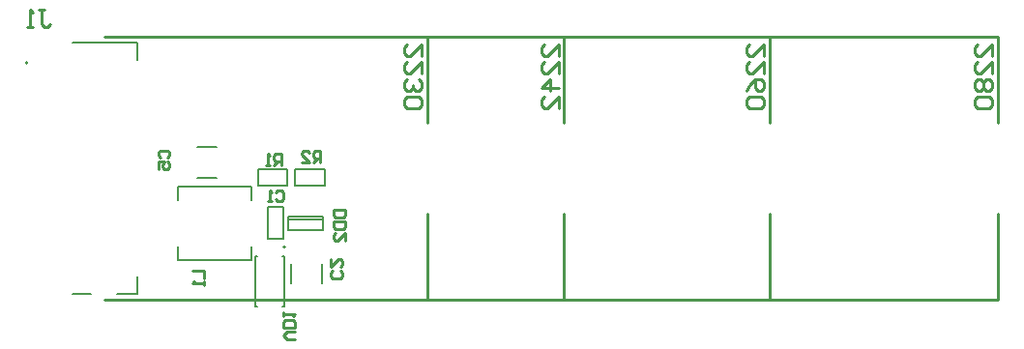
<source format=gbo>
G04*
G04 #@! TF.GenerationSoftware,Altium Limited,Altium Designer,25.1.2 (22)*
G04*
G04 Layer_Color=16776960*
%FSLAX44Y44*%
%MOMM*%
G71*
G04*
G04 #@! TF.SameCoordinates,47DE64E8-2747-4DE2-8CAA-9D4F0D5BEAA4*
G04*
G04*
G04 #@! TF.FilePolarity,Positive*
G04*
G01*
G75*
%ADD10C,0.2000*%
%ADD12C,0.2540*%
%ADD13C,0.1270*%
%ADD81C,0.2500*%
D10*
X328500Y761000D02*
G03*
X328500Y761000I-1000J0D01*
G01*
X103040Y922500D02*
G03*
X103040Y922500I-1000J0D01*
G01*
X251521Y821469D02*
X268479D01*
X251521Y848531D02*
X268479D01*
X336924Y814501D02*
X362924D01*
X336924Y829501D02*
X362924D01*
X336924Y814501D02*
Y829501D01*
X362924Y814501D02*
Y829501D01*
X304420Y829500D02*
X330420D01*
X304420Y814500D02*
X330420D01*
Y829500D01*
X304420Y814500D02*
Y829500D01*
X327000Y768000D02*
Y796000D01*
X313000Y768000D02*
Y796000D01*
Y768000D02*
X327000D01*
X313000Y796000D02*
X327000D01*
X333469Y729521D02*
Y746479D01*
X360531Y729521D02*
Y746479D01*
D12*
X947710Y928053D02*
Y938210D01*
X937553Y928053D01*
X935014D01*
X932475Y930592D01*
Y935671D01*
X935014Y938210D01*
X947710Y912818D02*
Y922975D01*
X937553Y912818D01*
X935014D01*
X932475Y915357D01*
Y920435D01*
X935014Y922975D01*
Y907740D02*
X932475Y905200D01*
Y900122D01*
X935014Y897583D01*
X937553D01*
X940092Y900122D01*
X942632Y897583D01*
X945171D01*
X947710Y900122D01*
Y905200D01*
X945171Y907740D01*
X942632D01*
X940092Y905200D01*
X937553Y907740D01*
X935014D01*
X940092Y905200D02*
Y900122D01*
X935014Y892505D02*
X932475Y889965D01*
Y884887D01*
X935014Y882348D01*
X945171D01*
X947710Y884887D01*
Y889965D01*
X945171Y892505D01*
X935014D01*
X747710Y928053D02*
Y938210D01*
X737553Y928053D01*
X735014D01*
X732475Y930592D01*
Y935671D01*
X735014Y938210D01*
X747710Y912818D02*
Y922975D01*
X737553Y912818D01*
X735014D01*
X732475Y915357D01*
Y920435D01*
X735014Y922975D01*
X732475Y897583D02*
X735014Y902661D01*
X740092Y907740D01*
X745171D01*
X747710Y905200D01*
Y900122D01*
X745171Y897583D01*
X742632D01*
X740092Y900122D01*
Y907740D01*
X735014Y892505D02*
X732475Y889965D01*
Y884887D01*
X735014Y882348D01*
X745171D01*
X747710Y884887D01*
Y889965D01*
X745171Y892505D01*
X735014D01*
X447710Y928053D02*
Y938210D01*
X437553Y928053D01*
X435014D01*
X432475Y930592D01*
Y935671D01*
X435014Y938210D01*
X447710Y912818D02*
Y922975D01*
X437553Y912818D01*
X435014D01*
X432475Y915357D01*
Y920435D01*
X435014Y922975D01*
Y907740D02*
X432475Y905200D01*
Y900122D01*
X435014Y897583D01*
X437553D01*
X440092Y900122D01*
Y902661D01*
Y900122D01*
X442631Y897583D01*
X445171D01*
X447710Y900122D01*
Y905200D01*
X445171Y907740D01*
X435014Y892505D02*
X432475Y889965D01*
Y884887D01*
X435014Y882348D01*
X445171D01*
X447710Y884887D01*
Y889965D01*
X445171Y892505D01*
X435014D01*
X567710Y928053D02*
Y938210D01*
X557553Y928053D01*
X555014D01*
X552475Y930592D01*
Y935671D01*
X555014Y938210D01*
X567710Y912818D02*
Y922975D01*
X557553Y912818D01*
X555014D01*
X552475Y915357D01*
Y920435D01*
X555014Y922975D01*
X567710Y900122D02*
X552475D01*
X560092Y907740D01*
Y897583D01*
X567710Y882348D02*
Y892505D01*
X557553Y882348D01*
X555014D01*
X552475Y884887D01*
Y889965D01*
X555014Y892505D01*
X246922Y740664D02*
X256918D01*
Y733999D01*
Y730667D02*
Y727335D01*
Y729001D01*
X246922D01*
X248588Y730667D01*
X218875Y839084D02*
X217209Y840750D01*
Y844082D01*
X218875Y845749D01*
X225539D01*
X227206Y844082D01*
Y840750D01*
X225539Y839084D01*
X217209Y829087D02*
Y835752D01*
X222207D01*
X220541Y832420D01*
Y830753D01*
X222207Y829087D01*
X225539D01*
X227206Y830753D01*
Y834086D01*
X225539Y835752D01*
X376332Y740334D02*
X377998Y738668D01*
Y735335D01*
X376332Y733669D01*
X369668D01*
X368002Y735335D01*
Y738668D01*
X369668Y740334D01*
X368002Y750331D02*
Y743666D01*
X374666Y750331D01*
X376332D01*
X377998Y748664D01*
Y745332D01*
X376332Y743666D01*
X320000Y809332D02*
X321666Y810998D01*
X324998D01*
X326665Y809332D01*
Y802668D01*
X324998Y801002D01*
X321666D01*
X320000Y802668D01*
X316668Y801002D02*
X313335D01*
X315002D01*
Y810998D01*
X316668Y809332D01*
X370921Y793329D02*
X380918D01*
Y788330D01*
X379252Y786664D01*
X372588D01*
X370921Y788330D01*
Y793329D01*
Y783332D02*
X380918D01*
Y778334D01*
X379252Y776667D01*
X372588D01*
X370921Y778334D01*
Y783332D01*
X380918Y766671D02*
Y773335D01*
X374254Y766671D01*
X372588D01*
X370921Y768337D01*
Y771669D01*
X372588Y773335D01*
X336918Y680337D02*
X330254D01*
X326921Y683669D01*
X330254Y687001D01*
X336918D01*
Y690334D02*
X326921D01*
Y695332D01*
X328587Y696998D01*
X335252D01*
X336918Y695332D01*
Y690334D01*
X326921Y700331D02*
Y703663D01*
Y701997D01*
X336918D01*
X335252Y700331D01*
X359331Y835002D02*
Y844998D01*
X354332D01*
X352666Y843332D01*
Y840000D01*
X354332Y838334D01*
X359331D01*
X355998D02*
X352666Y835002D01*
X342669D02*
X349334D01*
X342669Y841666D01*
Y843332D01*
X344336Y844998D01*
X347668D01*
X349334Y843332D01*
X324664Y833002D02*
Y842998D01*
X319666D01*
X318000Y841332D01*
Y838000D01*
X319666Y836334D01*
X324664D01*
X321332D02*
X318000Y833002D01*
X314668D02*
X311336D01*
X313002D01*
Y842998D01*
X314668Y841332D01*
X112699Y968979D02*
X117778D01*
X115239D01*
Y956283D01*
X117778Y953744D01*
X120317D01*
X122856Y956283D01*
X107621Y953744D02*
X102543D01*
X105082D01*
Y968979D01*
X107621Y966440D01*
D13*
X330680Y785048D02*
X361160D01*
X330680D02*
Y788096D01*
Y775904D02*
Y785048D01*
Y775904D02*
X361160D01*
Y785048D01*
Y788096D01*
X330680D02*
X361160D01*
X234360Y814350D02*
X299060D01*
X234360Y749650D02*
X299060D01*
Y802345D02*
Y814350D01*
Y749650D02*
Y761655D01*
X234360Y749650D02*
Y761655D01*
Y802345D02*
Y814350D01*
X302200Y752650D02*
X304300D01*
X325700D02*
X327800D01*
X302200Y709350D02*
X304300D01*
X325700D02*
X327800D01*
Y752650D01*
X302200Y709350D02*
Y752650D01*
X141950Y940000D02*
X198500D01*
Y720000D02*
Y735300D01*
Y924699D02*
Y940000D01*
X181450Y720000D02*
X198500D01*
X141950D02*
X158550D01*
D81*
X170000Y945000D02*
X952500D01*
Y715000D02*
Y790000D01*
X170000Y715000D02*
X952500D01*
Y870000D02*
Y945000D01*
X752500Y870000D02*
Y945000D01*
Y715000D02*
Y790000D01*
X452500Y870000D02*
Y945000D01*
Y715000D02*
Y790000D01*
X572500Y870000D02*
Y945000D01*
Y715000D02*
Y790000D01*
M02*

</source>
